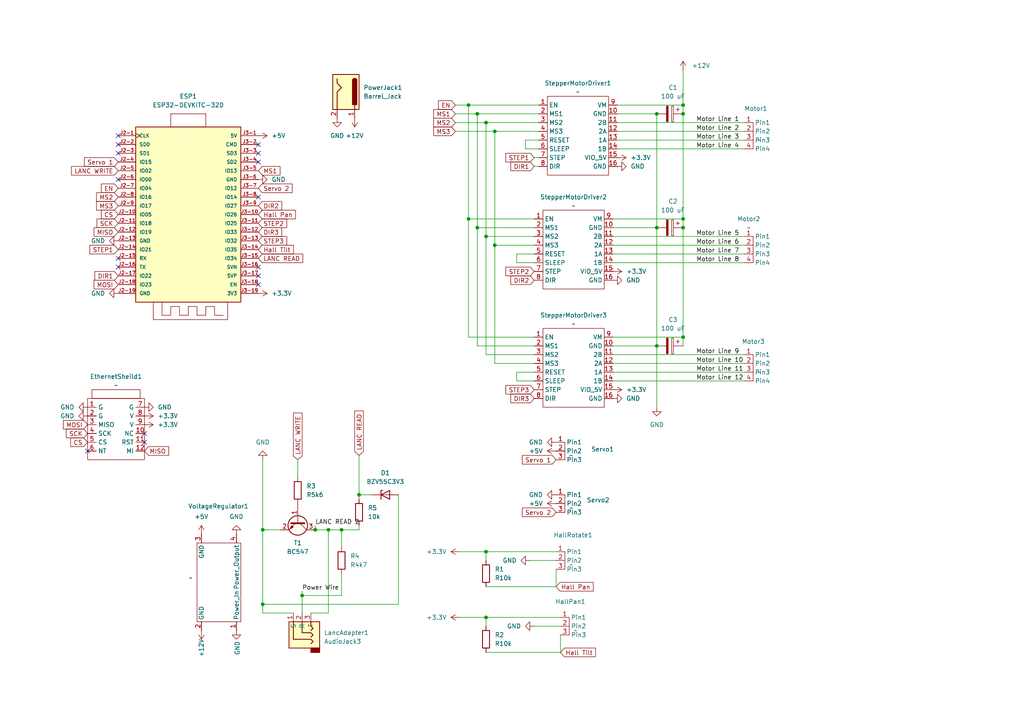
<source format=kicad_sch>
(kicad_sch (version 20231120) (generator "eeschema") (generator_version "8.0")
  (paper "A4")
  (lib_symbols
    (symbol "Connector:Barrel_Jack" (pin_names (offset 1.016))
      (property "Reference" "J" (at 0 5.334 0))
      (property "Value" "Barrel_Jack" (at 0 -5.08 0))
      (symbol "Barrel_Jack_0_1"
        (rectangle (start -5.08 3.81) (end 5.08 -3.81) (stroke (width 0.254)) (fill (type background)))
        (arc (start -3.302 3.175) (mid -3.9343 2.54) (end -3.302 1.905) (stroke (width 0.254)))
        (arc (start -3.302 3.175) (mid -3.9343 2.54) (end -3.302 1.905) (stroke (width 0.254)) (fill (type outline)))
        (polyline (pts (xy 5.08 2.54) (xy 3.81 2.54)) (stroke (width 0.254)))
        (polyline (pts (xy -3.81 -2.54) (xy -2.54 -2.54) (xy -1.27 -1.27) (xy 0 -2.54) (xy 2.54 -2.54) (xy 5.08 -2.54)) (stroke (width 0.254)))
        (rectangle (start 3.683 3.175) (end -3.302 1.905) (stroke (width 0.254)) (fill (type outline)))
      )
      (symbol "Barrel_Jack_1_1"
        (pin passive line (at 7.62 2.54 180) (length 2.54) (name "~") (number "1"))
        (pin passive line (at 7.62 -2.54 180) (length 2.54) (name "~") (number "2"))
      )
    )
    (symbol "Connector_Audio:AudioJack3"
      (property "Reference" "LancAdapter1" (at -0.6349 -6.35 90))
      (property "Value" "AudioJack3" (at -3.1749 -6.35 90))
      (symbol "AudioJack3_0_1"
        (rectangle (start -5.08 -5.08) (end -6.35 -2.54) (stroke (width 0.254)) (fill (type outline)))
        (polyline (pts (xy 0 -2.54) (xy 0.635 -3.175) (xy 1.27 -2.54) (xy 2.54 -2.54)) (stroke (width 0.254)))
        (polyline (pts (xy -1.905 -2.54) (xy -1.27 -3.175) (xy -0.635 -2.54) (xy -0.635 0) (xy 2.54 0)) (stroke (width 0.254)))
        (polyline (pts (xy 2.54 2.54) (xy -2.54 2.54) (xy -2.54 -2.54) (xy -3.175 -3.175) (xy -3.81 -2.54)) (stroke (width 0.254)))
        (rectangle (start 2.54 3.81) (end -5.08 -5.08) (stroke (width 0.254)) (fill (type background)))
      )
      (symbol "AudioJack3_1_1"
        (pin passive line (at 5.08 2.54 180) (length 2.54) (name "S") (number "1"))
        (pin passive line (at 5.08 0 180) (length 2.54) (name "R") (number "2"))
        (pin passive line (at 5.08 -2.54 180) (length 2.54) (name "T") (number "3"))
      )
    )
    (symbol "Custom Transistor:BC547" (pin_names (offset 0) hide)
      (property "Reference" "Q" (at 5.08 1.905 0))
      (property "Value" "BC547" (at 5.08 0 0))
      (symbol "BC547_0_1"
        (polyline (pts (xy 0 0) (xy 0.635 0)))
        (polyline (pts (xy 0.635 0.635) (xy 2.54 2.54)))
        (polyline (pts (xy 0.635 -0.635) (xy 2.54 -2.54) (xy 2.54 -2.54)))
        (polyline (pts (xy 0.635 1.905) (xy 0.635 -1.905) (xy 0.635 -1.905)) (stroke (width 0.508)))
        (polyline (pts (xy 1.27 -1.778) (xy 1.778 -1.27) (xy 2.286 -2.286) (xy 1.27 -1.778) (xy 1.27 -1.778)) (fill (type outline)))
        (circle (center 1.27 0) (radius 2.8194) (stroke (width 0.254)))
      )
      (symbol "BC547_1_1"
        (pin input line (at -5.08 0 0) (length 5.08) (name "B") (number "1"))
        (pin passive line (at 2.54 -5.08 90) (length 2.54) (name "E") (number "2"))
        (pin passive line (at 2.54 5.08 270) (length 2.54) (name "C") (number "3"))
      )
    )
    (symbol "Device:C_Polarized" (pin_numbers hide) (pin_names (offset 0.254))
      (property "Reference" "C" (at 0.635 2.54 0))
      (property "Value" "C_Polarized" (at 0.635 -2.54 0))
      (symbol "C_Polarized_0_1"
        (rectangle (start -2.286 0.508) (end 2.286 1.016))
        (polyline (pts (xy -1.778 2.286) (xy -0.762 2.286)))
        (polyline (pts (xy -1.27 2.794) (xy -1.27 1.778)))
        (rectangle (start 2.286 -0.508) (end -2.286 -1.016) (fill (type outline)))
      )
      (symbol "C_Polarized_1_1"
        (pin passive line (at 0 3.81 270) (length 2.794) (name "~") (number "1"))
        (pin passive line (at 0 -3.81 90) (length 2.794) (name "~") (number "2"))
      )
    )
    (symbol "Device:R" (pin_numbers hide) (pin_names (offset 0))
      (property "Reference" "R" (at 2.032 0 90))
      (property "Value" "R" (at 0 0 90))
      (symbol "R_0_1"
        (rectangle (start -1.016 -2.54) (end 1.016 2.54) (stroke (width 0.254)))
      )
      (symbol "R_1_1"
        (pin passive line (at 0 3.81 270) (length 1.27) (name "~") (number "1"))
        (pin passive line (at 0 -3.81 90) (length 1.27) (name "~") (number "2"))
      )
    )
    (symbol "Diode:BZV55C3V3" (pin_numbers hide) (pin_names hide)
      (property "Reference" "D" (at 0 2.54 0))
      (property "Value" "BZV55C3V3" (at 0 -2.54 0))
      (symbol "BZV55C3V3_0_1"
        (polyline (pts (xy 1.27 0) (xy -1.27 0)))
        (polyline (pts (xy -1.27 -1.27) (xy -1.27 1.27) (xy -0.762 1.27)) (stroke (width 0.254)))
        (polyline (pts (xy 1.27 -1.27) (xy 1.27 1.27) (xy -1.27 0) (xy 1.27 -1.27)) (stroke (width 0.254)))
      )
      (symbol "BZV55C3V3_1_1"
        (pin passive line (at -3.81 0 0) (length 2.54) (name "K") (number "1"))
        (pin passive line (at 3.81 0 180) (length 2.54) (name "A") (number "2"))
      )
    )
    (symbol "ESP32-DEVKITC-32D:ESP32-DEVKITC-32D" (pin_names (offset 1.016))
      (property "Reference" "U" (at -15.2572 26.0643 0))
      (property "Value" "ESP32-DEVKITC-32D" (at -10.16 0 0))
      (symbol "ESP32-DEVKITC-32D_0_0"
        (rectangle (start -15.24 25.4) (end 15.24 -25.4) (stroke (width 0.254)) (fill (type background)))
      )
      (symbol "ESP32-DEVKITC-32D_0_1"
        (rectangle (start -10.16 -25.4) (end 11.43 -30.48))
        (rectangle (start -5.08 29.21) (end 5.08 25.4))
        (polyline (pts (xy -7.62 -25.4) (xy -7.62 -29.21) (xy -5.08 -29.21) (xy -5.08 -26.67) (xy -2.54 -26.67) (xy -2.54 -29.21) (xy 0 -29.21) (xy 0 -26.67) (xy 2.54 -26.67) (xy 2.54 -29.21) (xy 5.08 -29.21) (xy 5.08 -26.67) (xy 7.62 -26.67) (xy 7.62 -29.21) (xy 10.16 -29.21) (xy 10.16 -29.21) (xy 10.16 -29.21)))
      )
      (symbol "ESP32-DEVKITC-32D_1_0"
        (pin bidirectional clock (at -20.32 22.86 0) (length 5.08) (name "CLK") (number "J2-1"))
        (pin bidirectional line (at -20.32 0 0) (length 5.08) (name "IO05") (number "J2-10"))
        (pin bidirectional line (at -20.32 -2.54 0) (length 5.08) (name "IO18") (number "J2-11"))
        (pin bidirectional line (at -20.32 -5.08 0) (length 5.08) (name "IO19") (number "J2-12"))
        (pin power_in line (at -20.32 -7.62 0) (length 5.08) (name "GND") (number "J2-13"))
        (pin bidirectional line (at -20.32 -10.16 0) (length 5.08) (name "IO21") (number "J2-14"))
        (pin bidirectional line (at -20.32 -12.7 0) (length 5.08) (name "RX") (number "J2-15"))
        (pin bidirectional line (at -20.32 -15.24 0) (length 5.08) (name "TX") (number "J2-16"))
        (pin bidirectional line (at -20.32 -17.78 0) (length 5.08) (name "IO22") (number "J2-17"))
        (pin bidirectional line (at -20.32 -20.32 0) (length 5.08) (name "IO23") (number "J2-18"))
        (pin power_in line (at -20.32 -22.86 0) (length 5.08) (name "GND") (number "J2-19"))
        (pin bidirectional line (at -20.32 20.32 0) (length 5.08) (name "SD0") (number "J2-2"))
        (pin bidirectional line (at -20.32 17.78 0) (length 5.08) (name "SD1") (number "J2-3"))
        (pin bidirectional line (at -20.32 15.24 0) (length 5.08) (name "IO15") (number "J2-4"))
        (pin bidirectional line (at -20.32 12.7 0) (length 5.08) (name "IO02") (number "J2-5"))
        (pin bidirectional line (at -20.32 10.16 0) (length 5.08) (name "IO00") (number "J2-6"))
        (pin bidirectional line (at -20.32 7.62 0) (length 5.08) (name "IO04") (number "J2-7"))
        (pin bidirectional line (at -20.32 5.08 0) (length 5.08) (name "IO16") (number "J2-8"))
        (pin bidirectional line (at -20.32 2.54 0) (length 5.08) (name "IO17") (number "J2-9"))
        (pin power_in line (at 20.32 22.86 180) (length 5.08) (name "5V") (number "J3-1"))
        (pin bidirectional line (at 20.32 0 180) (length 5.08) (name "IO26") (number "J3-10"))
        (pin bidirectional line (at 20.32 -2.54 180) (length 5.08) (name "IO25") (number "J3-11"))
        (pin bidirectional line (at 20.32 -5.08 180) (length 5.08) (name "IO33") (number "J3-12"))
        (pin bidirectional line (at 20.32 -7.62 180) (length 5.08) (name "IO32") (number "J3-13"))
        (pin bidirectional line (at 20.32 -10.16 180) (length 5.08) (name "IO35") (number "J3-14"))
        (pin bidirectional line (at 20.32 -12.7 180) (length 5.08) (name "IO34") (number "J3-15"))
        (pin input line (at 20.32 -15.24 180) (length 5.08) (name "SVN") (number "J3-16"))
        (pin input line (at 20.32 -17.78 180) (length 5.08) (name "SVP") (number "J3-17"))
        (pin input line (at 20.32 -20.32 180) (length 5.08) (name "EN") (number "J3-18"))
        (pin power_out line (at 20.32 -22.86 180) (length 5.08) (name "3V3") (number "J3-19"))
        (pin bidirectional line (at 20.32 20.32 180) (length 5.08) (name "CMD") (number "J3-2"))
        (pin bidirectional line (at 20.32 17.78 180) (length 5.08) (name "SD3") (number "J3-3"))
        (pin bidirectional line (at 20.32 15.24 180) (length 5.08) (name "SD2") (number "J3-4"))
        (pin bidirectional line (at 20.32 12.7 180) (length 5.08) (name "IO13") (number "J3-5"))
        (pin power_in line (at 20.32 10.16 180) (length 5.08) (name "GND") (number "J3-6"))
        (pin bidirectional line (at 20.32 7.62 180) (length 5.08) (name "IO12") (number "J3-7"))
        (pin bidirectional line (at 20.32 5.08 180) (length 5.08) (name "IO14") (number "J3-8"))
        (pin bidirectional line (at 20.32 2.54 180) (length 5.08) (name "IO27") (number "J3-9"))
      )
    )
    (symbol "Ethernet Sheilds:W5500_Ethernet_Sheild"
      (property "Reference" "U" (at 0 -2.54 0))
      (symbol "W5500_Ethernet_Sheild_0_1"
        (rectangle (start -7.62 7.62) (end 8.89 -10.16))
        (rectangle (start -6.35 10.16) (end 7.62 7.62))
      )
      (symbol "W5500_Ethernet_Sheild_1_1"
        (pin input line (at -7.62 5.08 0) (length 2.54) (name "G") (number "1"))
        (pin input line (at 8.89 -2.54 180) (length 2.54) (name "NC") (number "10"))
        (pin input line (at 8.89 -5.08 180) (length 2.54) (name "RST") (number "11"))
        (pin input line (at 8.89 -7.62 180) (length 2.54) (name "MI") (number "12"))
        (pin input line (at -7.62 2.54 0) (length 2.54) (name "G") (number "2"))
        (pin input line (at -7.62 0 0) (length 2.54) (name "MISO") (number "3"))
        (pin input line (at -7.62 -2.54 0) (length 2.54) (name "SCK") (number "4"))
        (pin input line (at -7.62 -5.08 0) (length 2.54) (name "CS") (number "5"))
        (pin input line (at -7.62 -7.62 0) (length 2.54) (name "NT") (number "6"))
        (pin input line (at 8.89 5.08 180) (length 2.54) (name "G") (number "7"))
        (pin input line (at 8.89 2.54 180) (length 2.54) (name "V") (number "8"))
        (pin input line (at 8.89 0 180) (length 2.54) (name "V") (number "9"))
      )
    )
    (symbol "pin_header:pin_header_3"
      (property "Reference" "U" (at 0 0 0))
      (symbol "pin_header_3_0_1"
        (polyline (pts (xy 0 2.54) (xy 0 -2.54)))
      )
      (symbol "pin_header_3_1_1"
        (pin input line (at -2.54 2.54 0) (length 2.54) (name "Pin1") (number "1"))
        (pin input line (at -2.54 0 0) (length 2.54) (name "Pin2") (number "2"))
        (pin input line (at -2.54 -2.54 0) (length 2.54) (name "Pin3") (number "3"))
      )
    )
    (symbol "pin_header:pin_header_4"
      (property "Reference" "U" (at 0 -1.27 0))
      (symbol "pin_header_4_0_1"
        (polyline (pts (xy 0 3.81) (xy 0 -3.81)))
      )
      (symbol "pin_header_4_1_1"
        (pin input line (at -2.54 3.81 0) (length 2.54) (name "Pin1") (number "1"))
        (pin input line (at -2.54 1.27 0) (length 2.54) (name "Pin2") (number "2"))
        (pin input line (at -2.54 -1.27 0) (length 2.54) (name "Pin3") (number "3"))
        (pin input line (at -2.54 -3.81 0) (length 2.54) (name "Pin4") (number "4"))
      )
    )
    (symbol "power:+12V" (power) (pin_numbers hide) (pin_names (offset 0) hide)
      (property "Value" "+12V" (at 0 3.556 0))
      (symbol "+12V_0_1"
        (polyline (pts (xy -0.762 1.27) (xy 0 2.54)))
        (polyline (pts (xy 0 0) (xy 0 2.54)))
        (polyline (pts (xy 0 2.54) (xy 0.762 1.27)))
      )
      (symbol "+12V_1_1"
        (pin power_in line (at 0 0 90) (length 0) (name "~") (number "1"))
      )
    )
    (symbol "power:+3.3V" (power) (pin_numbers hide) (pin_names (offset 0) hide)
      (property "Value" "+3.3V" (at 0 3.556 0))
      (symbol "+3.3V_0_1"
        (polyline (pts (xy -0.762 1.27) (xy 0 2.54)))
        (polyline (pts (xy 0 0) (xy 0 2.54)))
        (polyline (pts (xy 0 2.54) (xy 0.762 1.27)))
      )
      (symbol "+3.3V_1_1"
        (pin power_in line (at 0 0 90) (length 0) (name "~") (number "1"))
      )
    )
    (symbol "power:+5V" (power) (pin_numbers hide) (pin_names (offset 0) hide)
      (property "Value" "+5V" (at 0 3.556 0))
      (symbol "+5V_0_1"
        (polyline (pts (xy -0.762 1.27) (xy 0 2.54)))
        (polyline (pts (xy 0 0) (xy 0 2.54)))
        (polyline (pts (xy 0 2.54) (xy 0.762 1.27)))
      )
      (symbol "+5V_1_1"
        (pin power_in line (at 0 0 90) (length 0) (name "~") (number "1"))
      )
    )
    (symbol "power:GND" (power) (pin_numbers hide) (pin_names (offset 0) hide)
      (property "Value" "GND" (at 0 -3.81 0))
      (symbol "GND_0_1"
        (polyline (pts (xy 0 0) (xy 0 -1.27) (xy 1.27 -1.27) (xy 0 -2.54) (xy -1.27 -1.27) (xy 0 -1.27)))
      )
      (symbol "GND_1_1"
        (pin power_in line (at 0 0 270) (length 0) (name "~") (number "1"))
      )
    )
    (symbol "stepper_motor_sheild:TMC2209"
      (property "Reference" "U" (at 0 0 0))
      (symbol "TMC2209_0_1"
        (rectangle (start -8.89 10.16) (end 8.89 -12.7))
      )
      (symbol "TMC2209_1_1"
        (pin input line (at -11.43 7.62 0) (length 2.54) (name "EN") (number "1"))
        (pin power_in line (at 11.43 5.08 180) (length 2.54) (name "GND") (number "10"))
        (pin output line (at 11.43 2.54 180) (length 2.54) (name "2B") (number "11"))
        (pin output line (at 11.43 0 180) (length 2.54) (name "2A") (number "12"))
        (pin output line (at 11.43 -2.54 180) (length 2.54) (name "1A") (number "13"))
        (pin output line (at 11.43 -5.08 180) (length 2.54) (name "1B") (number "14"))
        (pin power_in line (at 11.43 -7.62 180) (length 2.54) (name "VIO_5V") (number "15"))
        (pin power_in line (at 11.43 -10.16 180) (length 2.54) (name "GND") (number "16"))
        (pin input line (at -11.43 5.08 0) (length 2.54) (name "MS1") (number "2"))
        (pin input line (at -11.43 2.54 0) (length 2.54) (name "MS2") (number "3"))
        (pin input line (at -11.43 0 0) (length 2.54) (name "MS3") (number "4"))
        (pin output line (at -11.43 -2.54 0) (length 2.54) (name "RESET") (number "5"))
        (pin input line (at -11.43 -5.08 0) (length 2.54) (name "SLEEP") (number "6"))
        (pin input line (at -11.43 -7.62 0) (length 2.54) (name "STEP") (number "7"))
        (pin input line (at -11.43 -10.16 0) (length 2.54) (name "DIR") (number "8"))
        (pin power_in line (at 11.43 7.62 180) (length 2.54) (name "VM") (number "9"))
      )
    )
    (symbol "voltage_regulator:smd_voltage_regulator_12by17mm"
      (property "Reference" "U" (at 0 0 0))
      (symbol "smd_voltage_regulator_12by17mm_0_1"
        (rectangle (start -6.35 11.43) (end 6.35 -11.43))
      )
      (symbol "smd_voltage_regulator_12by17mm_1_1"
        (pin power_in line (at -5.08 13.97 270) (length 2.54) (name "Power_In") (number "1"))
        (pin input line (at 5.08 13.97 270) (length 2.54) (name "GND") (number "2"))
        (pin output line (at 5.08 -13.97 90) (length 2.54) (name "GND") (number "3"))
        (pin power_out line (at -5.08 -13.97 90) (length 2.54) (name "Power_Output") (number "4"))
      )
    )
  )
  (junction (at 91.44 153.67))
  (junction (at 135.89 30.48))
  (junction (at 198.12 97.79))
  (junction (at 198.12 33.02))
  (junction (at 143.51 71.12))
  (junction (at 104.14 143.51))
  (junction (at 190.5 33.02))
  (junction (at 76.2 153.67))
  (junction (at 140.97 68.58))
  (junction (at 99.06 153.67))
  (junction (at 190.5 66.04))
  (junction (at 138.43 33.02))
  (junction (at 190.5 100.33))
  (junction (at 135.89 63.5))
  (junction (at 138.43 66.04))
  (junction (at 198.12 30.48))
  (junction (at 76.2 175.26))
  (junction (at 140.97 160.02))
  (junction (at 87.63 172.72))
  (junction (at 198.12 66.04))
  (junction (at 140.97 35.56))
  (junction (at 140.97 179.07))
  (junction (at 198.12 63.5))
  (junction (at 95.25 153.67))
  (junction (at 143.51 38.1))
  (no_connect (at 34.29 77.47))
  (no_connect (at 41.91 125.73))
  (no_connect (at 34.29 41.91))
  (no_connect (at 74.93 82.55))
  (no_connect (at 34.29 44.45))
  (no_connect (at 25.4 130.81))
  (no_connect (at 74.93 57.15))
  (no_connect (at 41.91 128.27))
  (no_connect (at 74.93 41.91))
  (no_connect (at 34.29 74.93))
  (no_connect (at 74.93 77.47))
  (no_connect (at 34.29 52.07))
  (no_connect (at 74.93 44.45))
  (no_connect (at 74.93 80.01))
  (no_connect (at 34.29 39.37))
  (no_connect (at 74.93 46.99))
  (wire (pts (xy 138.43 33.02) (xy 138.43 66.04)))
  (wire (pts (xy 152.4 40.64) (xy 152.4 43.18)))
  (wire (pts (xy 156.21 48.26) (xy 154.94 48.26)))
  (wire (pts (xy 140.97 68.58) (xy 140.97 102.87)))
  (wire (pts (xy 135.89 63.5) (xy 154.94 63.5)))
  (wire (pts (xy 198.12 63.5) (xy 198.12 66.04)))
  (wire (pts (xy 154.94 73.66) (xy 149.86 73.66)))
  (wire (pts (xy 143.51 38.1) (xy 143.51 71.12)))
  (wire (pts (xy 177.8 63.5) (xy 198.12 63.5)))
  (wire (pts (xy 104.14 152.4) (xy 104.14 153.67)))
  (wire (pts (xy 140.97 68.58) (xy 154.94 68.58)))
  (wire (pts (xy 156.21 45.72) (xy 154.94 45.72)))
  (wire (pts (xy 153.67 162.56) (xy 161.29 162.56)))
  (wire (pts (xy 104.14 132.08) (xy 104.14 143.51)))
  (wire (pts (xy 76.2 175.26) (xy 115.57 175.26)))
  (wire (pts (xy 138.43 100.33) (xy 154.94 100.33)))
  (wire (pts (xy 156.21 38.1) (xy 143.51 38.1)))
  (wire (pts (xy 104.14 143.51) (xy 107.95 143.51)))
  (wire (pts (xy 143.51 71.12) (xy 154.94 71.12)))
  (wire (pts (xy 190.5 66.04) (xy 190.5 100.33)))
  (wire (pts (xy 135.89 63.5) (xy 135.89 97.79)))
  (wire (pts (xy 177.8 102.87) (xy 215.9 102.87)))
  (wire (pts (xy 149.86 110.49) (xy 154.94 110.49)))
  (wire (pts (xy 198.12 20.32) (xy 198.12 30.48)))
  (wire (pts (xy 154.94 181.61) (xy 162.56 181.61)))
  (wire (pts (xy 140.97 35.56) (xy 140.97 68.58)))
  (wire (pts (xy 140.97 160.02) (xy 140.97 162.56)))
  (wire (pts (xy 161.29 165.1) (xy 161.29 170.18)))
  (wire (pts (xy 190.5 100.33) (xy 190.5 118.11)))
  (wire (pts (xy 156.21 30.48) (xy 135.89 30.48)))
  (wire (pts (xy 76.2 153.67) (xy 81.28 153.67)))
  (wire (pts (xy 87.63 171.45) (xy 87.63 172.72)))
  (wire (pts (xy 133.35 160.02) (xy 140.97 160.02)))
  (wire (pts (xy 177.8 97.79) (xy 198.12 97.79)))
  (wire (pts (xy 140.97 35.56) (xy 156.21 35.56)))
  (wire (pts (xy 162.56 184.15) (xy 162.56 189.23)))
  (wire (pts (xy 198.12 33.02) (xy 198.12 63.5)))
  (wire (pts (xy 154.94 107.95) (xy 149.86 107.95)))
  (wire (pts (xy 179.07 30.48) (xy 198.12 30.48)))
  (wire (pts (xy 161.29 170.18) (xy 140.97 170.18)))
  (wire (pts (xy 99.06 153.67) (xy 104.14 153.67)))
  (wire (pts (xy 87.63 172.72) (xy 99.06 172.72)))
  (wire (pts (xy 91.44 153.67) (xy 95.25 153.67)))
  (wire (pts (xy 132.08 30.48) (xy 135.89 30.48)))
  (wire (pts (xy 179.07 40.64) (xy 215.9 40.64)))
  (wire (pts (xy 156.21 40.64) (xy 152.4 40.64)))
  (wire (pts (xy 162.56 189.23) (xy 140.97 189.23)))
  (wire (pts (xy 149.86 73.66) (xy 149.86 76.2)))
  (wire (pts (xy 91.44 152.4) (xy 91.44 153.67)))
  (wire (pts (xy 154.94 102.87) (xy 140.97 102.87)))
  (wire (pts (xy 138.43 66.04) (xy 138.43 100.33)))
  (wire (pts (xy 140.97 179.07) (xy 162.56 179.07)))
  (wire (pts (xy 152.4 43.18) (xy 156.21 43.18)))
  (wire (pts (xy 143.51 38.1) (xy 132.08 38.1)))
  (wire (pts (xy 140.97 179.07) (xy 140.97 181.61)))
  (wire (pts (xy 115.57 143.51) (xy 115.57 175.26)))
  (wire (pts (xy 156.21 33.02) (xy 138.43 33.02)))
  (wire (pts (xy 140.97 35.56) (xy 132.08 35.56)))
  (wire (pts (xy 133.35 179.07) (xy 140.97 179.07)))
  (wire (pts (xy 143.51 105.41) (xy 154.94 105.41)))
  (wire (pts (xy 104.14 144.78) (xy 104.14 143.51)))
  (wire (pts (xy 87.63 172.72) (xy 87.63 177.8)))
  (wire (pts (xy 177.8 105.41) (xy 215.9 105.41)))
  (wire (pts (xy 143.51 71.12) (xy 143.51 105.41)))
  (wire (pts (xy 177.8 110.49) (xy 215.9 110.49)))
  (wire (pts (xy 99.06 153.67) (xy 99.06 158.75)))
  (wire (pts (xy 76.2 153.67) (xy 76.2 175.26)))
  (wire (pts (xy 198.12 66.04) (xy 198.12 97.79)))
  (wire (pts (xy 177.8 73.66) (xy 215.9 73.66)))
  (wire (pts (xy 76.2 133.35) (xy 76.2 153.67)))
  (wire (pts (xy 179.07 33.02) (xy 190.5 33.02)))
  (wire (pts (xy 177.8 66.04) (xy 190.5 66.04)))
  (wire (pts (xy 99.06 172.72) (xy 99.06 166.37)))
  (wire (pts (xy 138.43 33.02) (xy 132.08 33.02)))
  (wire (pts (xy 179.07 38.1) (xy 215.9 38.1)))
  (wire (pts (xy 86.36 133.35) (xy 86.36 138.43)))
  (wire (pts (xy 135.89 30.48) (xy 135.89 63.5)))
  (wire (pts (xy 140.97 160.02) (xy 161.29 160.02)))
  (wire (pts (xy 177.8 76.2) (xy 215.9 76.2)))
  (wire (pts (xy 179.07 35.56) (xy 215.9 35.56)))
  (wire (pts (xy 177.8 71.12) (xy 215.9 71.12)))
  (wire (pts (xy 76.2 175.26) (xy 76.2 177.8)))
  (wire (pts (xy 138.43 66.04) (xy 154.94 66.04)))
  (wire (pts (xy 177.8 107.95) (xy 215.9 107.95)))
  (wire (pts (xy 135.89 97.79) (xy 154.94 97.79)))
  (wire (pts (xy 149.86 107.95) (xy 149.86 110.49)))
  (wire (pts (xy 95.25 153.67) (xy 99.06 153.67)))
  (wire (pts (xy 95.25 177.8) (xy 90.17 177.8)))
  (wire (pts (xy 177.8 100.33) (xy 190.5 100.33)))
  (wire (pts (xy 76.2 177.8) (xy 85.09 177.8)))
  (wire (pts (xy 177.8 68.58) (xy 215.9 68.58)))
  (wire (pts (xy 190.5 33.02) (xy 190.5 66.04)))
  (wire (pts (xy 198.12 97.79) (xy 198.12 100.33)))
  (wire (pts (xy 149.86 76.2) (xy 154.94 76.2)))
  (wire (pts (xy 95.25 153.67) (xy 95.25 177.8)))
  (wire (pts (xy 198.12 30.48) (xy 198.12 33.02)))
  (wire (pts (xy 179.07 43.18) (xy 215.9 43.18)))
  (label "Motor Line 6" (at 201.93 71.12 0))
  (label "Motor Line 3" (at 201.93 40.64 0))
  (label "Motor Line 10" (at 201.93 105.41 0))
  (label "Motor Line 7" (at 201.93 73.66 0))
  (label "Power Wire" (at 87.63 171.45 0))
  (label "Motor Line 4" (at 201.93 43.18 0))
  (label "Motor Line 12" (at 201.93 110.49 0))
  (label "Motor Line 8" (at 201.93 76.2 0))
  (label "LANC READ 2" (at 91.44 152.4 0))
  (label "Motor Line 5" (at 201.93 68.58 0))
  (label "Motor Line 2" (at 201.93 38.1 0))
  (label "Motor Line 9" (at 201.93 102.87 0))
  (label "Motor Line 1" (at 201.93 35.56 0))
  (label "Motor Line 11" (at 201.93 107.95 0))
  (global_label "Servo 1" (shape input) (at 34.29 46.99 180) (property "Intersheetrefs" "${INTERSHEET_REFS}" (effects (hide yes))))
  (global_label "STEP1" (shape input) (at 34.29 72.39 180) (property "Intersheetrefs" "${INTERSHEET_REFS}" (effects (hide yes))))
  (global_label "CS" (shape input) (at 25.4 128.27 180) (property "Intersheetrefs" "${INTERSHEET_REFS}" (effects (hide yes))))
  (global_label "LANC WRITE" (shape input) (at 86.36 133.35 90) (property "Intersheetrefs" "${INTERSHEET_REFS}" (effects (hide yes))))
  (global_label "MOSI" (shape input) (at 34.29 82.55 180) (property "Intersheetrefs" "${INTERSHEET_REFS}" (effects (hide yes))))
  (global_label "EN" (shape input) (at 132.08 30.48 180) (property "Intersheetrefs" "${INTERSHEET_REFS}" (effects (hide yes))))
  (global_label "SCK" (shape input) (at 25.4 125.73 180) (property "Intersheetrefs" "${INTERSHEET_REFS}" (effects (hide yes))))
  (global_label "STEP1" (shape input) (at 154.94 45.72 180) (property "Intersheetrefs" "${INTERSHEET_REFS}" (effects (hide yes))))
  (global_label "STEP2" (shape input) (at 74.93 64.77 0) (property "Intersheetrefs" "${INTERSHEET_REFS}" (effects (hide yes))))
  (global_label "STEP3" (shape input) (at 74.93 69.85 0) (property "Intersheetrefs" "${INTERSHEET_REFS}" (effects (hide yes))))
  (global_label "Servo 2" (shape input) (at 74.93 54.61 0) (property "Intersheetrefs" "${INTERSHEET_REFS}" (effects (hide yes))))
  (global_label "LANC WRITE" (shape input) (at 34.29 49.53 180) (property "Intersheetrefs" "${INTERSHEET_REFS}" (effects (hide yes))))
  (global_label "LANC READ" (shape input) (at 104.14 132.08 90) (property "Intersheetrefs" "${INTERSHEET_REFS}" (effects (hide yes))))
  (global_label "MS3" (shape input) (at 34.29 59.69 180) (property "Intersheetrefs" "${INTERSHEET_REFS}" (effects (hide yes))))
  (global_label "MS1" (shape input) (at 132.08 33.02 180) (property "Intersheetrefs" "${INTERSHEET_REFS}" (effects (hide yes))))
  (global_label "STEP3" (shape input) (at 154.94 113.03 180) (property "Intersheetrefs" "${INTERSHEET_REFS}" (effects (hide yes))))
  (global_label "Hall Pan" (shape input) (at 74.93 62.23 0) (property "Intersheetrefs" "${INTERSHEET_REFS}" (effects (hide yes))))
  (global_label "DIR1" (shape input) (at 154.94 48.26 180) (property "Intersheetrefs" "${INTERSHEET_REFS}" (effects (hide yes))))
  (global_label "SCK" (shape input) (at 34.29 64.77 180) (property "Intersheetrefs" "${INTERSHEET_REFS}" (effects (hide yes))))
  (global_label "MS1" (shape input) (at 74.93 49.53 0) (property "Intersheetrefs" "${INTERSHEET_REFS}" (effects (hide yes))))
  (global_label "MS3" (shape input) (at 132.08 38.1 180) (property "Intersheetrefs" "${INTERSHEET_REFS}" (effects (hide yes))))
  (global_label "MS2" (shape input) (at 132.08 35.56 180) (property "Intersheetrefs" "${INTERSHEET_REFS}" (effects (hide yes))))
  (global_label "Hall Tilt" (shape input) (at 162.56 189.23 0) (property "Intersheetrefs" "${INTERSHEET_REFS}" (effects (hide yes))))
  (global_label "Servo 1" (shape input) (at 161.29 133.35 180) (property "Intersheetrefs" "${INTERSHEET_REFS}" (effects (hide yes))))
  (global_label "DIR2" (shape input) (at 74.93 59.69 0) (property "Intersheetrefs" "${INTERSHEET_REFS}" (effects (hide yes))))
  (global_label "EN" (shape input) (at 34.29 54.61 180) (property "Intersheetrefs" "${INTERSHEET_REFS}" (effects (hide yes))))
  (global_label "Hall Tilt" (shape input) (at 74.93 72.39 0) (property "Intersheetrefs" "${INTERSHEET_REFS}" (effects (hide yes))))
  (global_label "MISO" (shape input) (at 41.91 130.81 0) (property "Intersheetrefs" "${INTERSHEET_REFS}" (effects (hide yes))))
  (global_label "DIR3" (shape input) (at 154.94 115.57 180) (property "Intersheetrefs" "${INTERSHEET_REFS}" (effects (hide yes))))
  (global_label "MOSI" (shape input) (at 25.4 123.19 180) (property "Intersheetrefs" "${INTERSHEET_REFS}" (effects (hide yes))))
  (global_label "MS2" (shape input) (at 34.29 57.15 180) (property "Intersheetrefs" "${INTERSHEET_REFS}" (effects (hide yes))))
  (global_label "LANC READ" (shape input) (at 74.93 74.93 0) (property "Intersheetrefs" "${INTERSHEET_REFS}" (effects (hide yes))))
  (global_label "Servo 2" (shape input) (at 161.29 148.59 180) (property "Intersheetrefs" "${INTERSHEET_REFS}" (effects (hide yes))))
  (global_label "Hall Pan" (shape input) (at 161.29 170.18 0) (property "Intersheetrefs" "${INTERSHEET_REFS}" (effects (hide yes))))
  (global_label "MISO" (shape input) (at 34.29 67.31 180) (property "Intersheetrefs" "${INTERSHEET_REFS}" (effects (hide yes))))
  (global_label "STEP2" (shape input) (at 154.94 78.74 180) (property "Intersheetrefs" "${INTERSHEET_REFS}" (effects (hide yes))))
  (global_label "DIR3" (shape input) (at 74.93 67.31 0) (property "Intersheetrefs" "${INTERSHEET_REFS}" (effects (hide yes))))
  (global_label "CS" (shape input) (at 34.29 62.23 180) (property "Intersheetrefs" "${INTERSHEET_REFS}" (effects (hide yes))))
  (global_label "DIR1" (shape input) (at 34.29 80.01 180) (property "Intersheetrefs" "${INTERSHEET_REFS}" (effects (hide yes))))
  (global_label "DIR2" (shape input) (at 154.94 81.28 180) (property "Intersheetrefs" "${INTERSHEET_REFS}" (effects (hide yes))))
  (symbol (lib_id "power:GND") (at 25.4 120.65 270) (unit 1)
    (property "Reference" "#PWR027" (effects (hide yes)))
    (property "Value" "GND" (at 21.59 120.6499 90) (effects (justify right)))
    (property "Description" "Power symbol creates a global label with name \"GND\" , ground" (effects (hide yes)))
  )
  (symbol (lib_id "Device:R") (at 140.97 166.37 0) (unit 1)
    (property "Reference" "R1" (at 143.51 165.0999 0) (effects (justify left)))
    (property "Value" "R10k" (at 143.51 167.6399 0) (effects (justify left)))
    (property "Footprint" "Resistor_SMD:R_1206_3216Metric" (effects (hide yes)))
    (property "Description" "Resistor" (effects (hide yes)))
  )
  (symbol (lib_id "power:GND") (at 68.58 182.88 0) (unit 1)
    (property "Reference" "#PWR034" (effects (hide yes)))
    (property "Value" "GND" (at 68.834 185.928 90) (effects (justify right)))
    (property "Description" "Power symbol creates a global label with name \"GND\" , ground" (effects (hide yes)))
  )
  (symbol (lib_id "power:+3.3V") (at 177.8 113.03 270) (unit 1)
    (property "Reference" "#PWR09" (effects (hide yes)))
    (property "Value" "+3.3V" (at 181.61 113.0299 90) (effects (justify left)))
    (property "Description" "Power symbol creates a global label with name \"+3.3V\"" (effects (hide yes)))
  )
  (symbol (lib_id "Device:C_Polarized") (at 194.31 33.02 270) (unit 1)
    (property "Reference" "C1" (at 195.199 25.4 90))
    (property "Value" "100 uF" (at 195.199 27.94 90))
    (property "Footprint" "Capacitor_THT:CP_Radial_D5.0mm_P2.50mm" (effects (hide yes)))
    (property "Description" "Polarized capacitor" (effects (hide yes)))
  )
  (symbol (lib_id "power:GND") (at 190.5 118.11 0) (unit 1)
    (property "Reference" "#PWR06" (effects (hide yes)))
    (property "Value" "GND" (at 190.5 123.19 0))
    (property "Description" "Power symbol creates a global label with name \"GND\" , ground" (effects (hide yes)))
  )
  (symbol (lib_id "voltage_regulator:smd_voltage_regulator_12by17mm") (at 63.5 168.91 180) (unit 1)
    (property "Reference" "VoltageRegulator1" (at 72.136 146.812 0) (effects (justify left)))
    (property "Value" "~" (at 55.88 167.64 0) (effects (justify left)))
    (property "Footprint" "voltage_regulator:voltage_regulator_17_12mm" (effects (hide yes)))
  )
  (symbol (lib_id "Custom Transistor:BC547") (at 86.36 151.13 270) (unit 1)
    (property "Reference" "T1" (at 86.36 157.48 90))
    (property "Value" "BC547" (at 86.36 160.02 90))
    (property "Footprint" "Package_TO_SOT_SMD:SOT-23_Handsoldering" (effects (hide yes)))
    (property "Datasheet" "https://www.onsemi.com/pub/Collateral/BC550-D.pdf" (effects (hide yes)))
    (property "Description" "0.1A Ic, 45V Vce, Small Signal NPN Transistor, TO-92" (effects (hide yes)))
  )
  (symbol (lib_id "power:GND") (at 179.07 48.26 90) (unit 1)
    (property "Reference" "#PWR016" (effects (hide yes)))
    (property "Value" "GND" (at 182.88 48.2599 90) (effects (justify right)))
    (property "Description" "Power symbol creates a global label with name \"GND\" , ground" (effects (hide yes)))
  )
  (symbol (lib_id "power:+3.3V") (at 41.91 120.65 270) (unit 1)
    (property "Reference" "#PWR029" (effects (hide yes)))
    (property "Value" "+3.3V" (at 45.72 120.6499 90) (effects (justify left)))
    (property "Description" "Power symbol creates a global label with name \"+3.3V\"" (effects (hide yes)))
  )
  (symbol (lib_id "power:GND") (at 25.4 118.11 270) (unit 1)
    (property "Reference" "#PWR026" (effects (hide yes)))
    (property "Value" "GND" (at 21.59 118.1099 90) (effects (justify right)))
    (property "Description" "Power symbol creates a global label with name \"GND\" , ground" (effects (hide yes)))
  )
  (symbol (lib_id "Device:R") (at 99.06 162.56 180) (unit 1)
    (property "Reference" "R4" (at 101.6 161.2899 0) (effects (justify right)))
    (property "Value" "R4k7" (at 101.6 163.8299 0) (effects (justify right)))
    (property "Footprint" "Resistor_SMD:R_1206_3216Metric" (effects (hide yes)))
    (property "Description" "Resistor" (effects (hide yes)))
  )
  (symbol (lib_id "Diode:BZV55C3V3") (at 111.76 143.51 0) (unit 1)
    (property "Reference" "D1" (at 111.76 137.16 0))
    (property "Value" "BZV55C3V3" (at 111.76 139.7 0))
    (property "Footprint" "Diode_SMD:D_MiniMELF" (effects (hide yes)))
    (property "Datasheet" "https://assets.nexperia.com/documents/data-sheet/BZV55_SER.pdf" (effects (hide yes)))
    (property "Description" "3.3V, 500mW, 5%, Zener diode, MiniMELF" (effects (hide yes)))
  )
  (symbol (lib_id "power:+5V") (at 58.42 154.94 0) (unit 1)
    (property "Reference" "#PWR031" (effects (hide yes)))
    (property "Value" "+5V" (at 58.42 149.86 0))
    (property "Description" "Power symbol creates a global label with name \"+5V\"" (effects (hide yes)))
  )
  (symbol (lib_id "power:+3.3V") (at 179.07 45.72 270) (unit 1)
    (property "Reference" "#PWR07" (effects (hide yes)))
    (property "Value" "+3.3V" (at 182.88 45.7199 90) (effects (justify left)))
    (property "Description" "Power symbol creates a global label with name \"+3.3V\"" (effects (hide yes)))
  )
  (symbol (lib_id "pin_header:pin_header_4") (at 218.44 39.37 0) (unit 1)
    (property "Reference" "Motor1" (at 215.9 31.496 0) (effects (justify left)))
    (property "Value" "~" (at 219.71 40.64 0) (effects (justify left)))
    (property "Footprint" "Connector_PinHeader_2.54mm:PinHeader_1x04_P2.54mm_Vertical" (effects (hide yes)))
  )
  (symbol (lib_id "pin_header:pin_header_3") (at 163.83 162.56 0) (unit 1)
    (property "Reference" "HallRotate1" (at 160.528 155.194 0) (effects (justify left)))
    (property "Value" "~" (at 165.1 163.83 0) (effects (justify left)))
    (property "Footprint" "Connector_PinHeader_2.54mm:PinHeader_1x03_P2.54mm_Vertical" (effects (hide yes)))
  )
  (symbol (lib_id "power:GND") (at 161.29 143.51 270) (unit 1)
    (property "Reference" "#PWR037" (effects (hide yes)))
    (property "Value" "GND" (at 157.48 143.5099 90) (effects (justify right)))
    (property "Description" "Power symbol creates a global label with name \"GND\" , ground" (effects (hide yes)))
  )
  (symbol (lib_id "power:GND") (at 153.67 162.56 270) (unit 1)
    (property "Reference" "#PWR015" (effects (hide yes)))
    (property "Value" "GND" (at 149.86 162.5599 90) (effects (justify right)))
    (property "Description" "Power symbol creates a global label with name \"GND\" , ground" (effects (hide yes)))
  )
  (symbol (lib_id "power:GND") (at 74.93 52.07 90) (unit 1)
    (property "Reference" "#PWR05" (effects (hide yes)))
    (property "Value" "GND" (at 78.74 52.0699 90) (effects (justify right)))
    (property "Description" "Power symbol creates a global label with name \"GND\" , ground" (effects (hide yes)))
  )
  (symbol (lib_id "power:GND") (at 68.58 154.94 180) (unit 1)
    (property "Reference" "#PWR033" (effects (hide yes)))
    (property "Value" "GND" (at 68.58 149.86 0))
    (property "Description" "Power symbol creates a global label with name \"GND\" , ground" (effects (hide yes)))
  )
  (symbol (lib_id "power:GND") (at 177.8 115.57 90) (unit 1)
    (property "Reference" "#PWR019" (effects (hide yes)))
    (property "Value" "GND" (at 181.61 115.5699 90) (effects (justify right)))
    (property "Description" "Power symbol creates a global label with name \"GND\" , ground" (effects (hide yes)))
  )
  (symbol (lib_id "stepper_motor_sheild:TMC2209") (at 166.37 71.12 0) (unit 1)
    (property "Reference" "StepperMotorDriver2" (at 166.37 57.15 0))
    (property "Value" "~" (at 166.37 59.69 0))
    (property "Footprint" "TMC2209_SILENTSTEPSTICK:MODULE_TMC2209_SILENTSTEPSTICK" (effects (hide yes)))
  )
  (symbol (lib_id "stepper_motor_sheild:TMC2209") (at 167.64 38.1 0) (unit 1)
    (property "Reference" "StepperMotorDriver1" (at 167.64 24.13 0))
    (property "Value" "~" (at 167.64 26.67 0))
    (property "Footprint" "TMC2209_SILENTSTEPSTICK:MODULE_TMC2209_SILENTSTEPSTICK" (effects (hide yes)))
  )
  (symbol (lib_id "power:GND") (at 97.79 34.29 0) (unit 1)
    (property "Reference" "#PWR02" (effects (hide yes)))
    (property "Value" "GND" (at 97.79 39.37 0))
    (property "Description" "Power symbol creates a global label with name \"GND\" , ground" (effects (hide yes)))
  )
  (symbol (lib_id "pin_header:pin_header_3") (at 163.83 130.81 0) (unit 1)
    (property "Reference" "Servo1" (at 171.45 130.302 0) (effects (justify left)))
    (property "Value" "~" (at 165.1 132.08 0) (effects (justify left)))
    (property "Footprint" "Connector_PinHeader_2.54mm:PinHeader_1x03_P2.54mm_Vertical" (effects (hide yes)))
  )
  (symbol (lib_id "stepper_motor_sheild:TMC2209") (at 166.37 105.41 0) (unit 1)
    (property "Reference" "StepperMotorDriver3" (at 166.37 91.44 0))
    (property "Value" "~" (at 166.37 93.98 0))
    (property "Footprint" "TMC2209_SILENTSTEPSTICK:MODULE_TMC2209_SILENTSTEPSTICK" (effects (hide yes)))
  )
  (symbol (lib_id "power:+12V") (at 102.87 34.29 180) (unit 1)
    (property "Reference" "#PWR01" (effects (hide yes)))
    (property "Value" "+12V" (at 102.87 39.37 0))
    (property "Description" "Power symbol creates a global label with name \"+12V\"" (effects (hide yes)))
  )
  (symbol (lib_id "Ethernet Sheilds:W5500_Ethernet_Sheild") (at 33.02 123.19 0) (unit 1)
    (property "Reference" "EthernetSheild1" (at 33.655 109.22 0))
    (property "Value" "~" (at 33.655 111.76 0))
    (property "Footprint" "Ethernet_Sheild:W5500_mini_ethernet_sheild" (effects (hide yes)))
  )
  (symbol (lib_id "power:+3.3V") (at 41.91 123.19 270) (unit 1)
    (property "Reference" "#PWR030" (effects (hide yes)))
    (property "Value" "+3.3V" (at 45.72 123.1899 90) (effects (justify left)))
    (property "Description" "Power symbol creates a global label with name \"+3.3V\"" (effects (hide yes)))
  )
  (symbol (lib_id "power:GND") (at 76.2 133.35 180) (unit 1)
    (property "Reference" "#PWR040" (effects (hide yes)))
    (property "Value" "GND" (at 76.2 128.27 0))
    (property "Description" "Power symbol creates a global label with name \"GND\" , ground" (effects (hide yes)))
  )
  (symbol (lib_id "power:+5V") (at 74.93 39.37 270) (unit 1)
    (property "Reference" "#PWR010" (effects (hide yes)))
    (property "Value" "+5V" (at 78.74 39.3699 90) (effects (justify left)))
    (property "Description" "Power symbol creates a global label with name \"+5V\"" (effects (hide yes)))
  )
  (symbol (lib_id "power:+3.3V") (at 74.93 85.09 270) (unit 1)
    (property "Reference" "#PWR014" (effects (hide yes)))
    (property "Value" "+3.3V" (at 78.74 85.0899 90) (effects (justify left)))
    (property "Description" "Power symbol creates a global label with name \"+3.3V\"" (effects (hide yes)))
  )
  (symbol (lib_id "power:GND") (at 34.29 85.09 270) (unit 1)
    (property "Reference" "#PWR03" (effects (hide yes)))
    (property "Value" "GND" (at 30.48 85.0899 90) (effects (justify right)))
    (property "Description" "Power symbol creates a global label with name \"GND\" , ground" (effects (hide yes)))
  )
  (symbol (lib_id "power:GND") (at 177.8 81.28 90) (unit 1)
    (property "Reference" "#PWR017" (effects (hide yes)))
    (property "Value" "GND" (at 181.61 81.2799 90) (effects (justify right)))
    (property "Description" "Power symbol creates a global label with name \"GND\" , ground" (effects (hide yes)))
  )
  (symbol (lib_id "power:+5V") (at 161.29 130.81 90) (unit 1)
    (property "Reference" "#PWR035" (effects (hide yes)))
    (property "Value" "+5V" (at 157.48 130.8099 90) (effects (justify left)))
    (property "Description" "Power symbol creates a global label with name \"+5V\"" (effects (hide yes)))
  )
  (symbol (lib_id "power:GND") (at 41.91 118.11 90) (unit 1)
    (property "Reference" "#PWR028" (effects (hide yes)))
    (property "Value" "GND" (at 45.72 118.1099 90) (effects (justify right)))
    (property "Description" "Power symbol creates a global label with name \"GND\" , ground" (effects (hide yes)))
  )
  (symbol (lib_id "pin_header:pin_header_4") (at 218.44 106.68 0) (unit 1)
    (property "Reference" "Motor3" (at 215.138 99.06 0) (effects (justify left)))
    (property "Value" "~" (at 219.71 107.95 0) (effects (justify left)))
    (property "Footprint" "Connector_PinHeader_2.54mm:PinHeader_1x04_P2.54mm_Vertical" (effects (hide yes)))
  )
  (symbol (lib_id "power:GND") (at 154.94 181.61 270) (unit 1)
    (property "Reference" "#PWR025" (effects (hide yes)))
    (property "Value" "GND" (at 151.13 181.6099 90) (effects (justify right)))
    (property "Description" "Power symbol creates a global label with name \"GND\" , ground" (effects (hide yes)))
  )
  (symbol (lib_id "power:+12V") (at 198.12 20.32 0) (unit 1)
    (property "Reference" "#PWR020" (effects (hide yes)))
    (property "Value" "+12V" (at 200.66 19.0499 0) (effects (justify left)))
    (property "Description" "Power symbol creates a global label with name \"+12V\"" (effects (hide yes)))
  )
  (symbol (lib_id "pin_header:pin_header_3") (at 163.83 146.05 0) (unit 1)
    (property "Reference" "Servo2" (at 170.18 145.034 0) (effects (justify left)))
    (property "Value" "~" (at 165.1 147.32 0) (effects (justify left)))
    (property "Footprint" "Connector_PinHeader_2.54mm:PinHeader_1x03_P2.54mm_Vertical" (effects (hide yes)))
  )
  (symbol (lib_id "pin_header:pin_header_4") (at 218.44 72.39 0) (unit 1)
    (property "Reference" "Motor2" (at 217.17 63.5 0))
    (property "Value" "~" (at 217.17 66.04 0))
    (property "Footprint" "Connector_PinHeader_2.54mm:PinHeader_1x04_P2.54mm_Vertical" (effects (hide yes)))
  )
  (symbol (lib_id "power:+12V") (at 58.42 182.88 180) (unit 1)
    (property "Reference" "#PWR032" (effects (hide yes)))
    (property "Value" "+12V" (at 58.42 187.96 90))
    (property "Description" "Power symbol creates a global label with name \"+12V\"" (effects (hide yes)))
  )
  (symbol (lib_id "power:+3.3V") (at 133.35 160.02 90) (unit 1)
    (property "Reference" "#PWR013" (effects (hide yes)))
    (property "Value" "+3.3V" (at 129.54 160.0199 90) (effects (justify left)))
    (property "Description" "Power symbol creates a global label with name \"+3.3V\"" (effects (hide yes)))
  )
  (symbol (lib_id "Connector:Barrel_Jack") (at 100.33 26.67 270) (unit 1)
    (property "Reference" "PowerJack1" (at 105.41 25.3999 90) (effects (justify left)))
    (property "Value" "Barrel_Jack" (at 105.41 27.9399 90) (effects (justify left)))
    (property "Footprint" "Aliexpress:BarrelJack_Wuerth_6941xx301002" (effects (hide yes)))
    (property "Description" "DC Barrel Jack" (effects (hide yes)))
  )
  (symbol (lib_id "Connector_Audio:AudioJack3") (at 87.63 182.88 90) (unit 1)
    (property "Reference" "LancAdapter1" (at 93.98 183.5149 90) (effects (justify right)))
    (property "Value" "AudioJack3" (at 93.98 186.0549 90) (effects (justify right)))
    (property "Footprint" "Connector_PinHeader_2.54mm:PinHeader_1x03_P2.54mm_Vertical" (effects (hide yes)))
    (property "Description" "Audio Jack, 3 Poles (Stereo / TRS)" (effects (hide yes)))
  )
  (symbol (lib_id "Device:R") (at 104.14 148.59 180) (unit 1)
    (property "Reference" "R5" (at 106.68 147.3199 0) (effects (justify right)))
    (property "Value" "10k" (at 106.68 149.8599 0) (effects (justify right)))
    (property "Footprint" "Resistor_SMD:R_1206_3216Metric" (effects (hide yes)))
    (property "Description" "Resistor" (effects (hide yes)))
  )
  (symbol (lib_id "Device:R") (at 86.36 142.24 180) (unit 1)
    (property "Reference" "R3" (at 88.9 140.9699 0) (effects (justify right)))
    (property "Value" "R5k6" (at 88.9 143.5099 0) (effects (justify right)))
    (property "Footprint" "Resistor_SMD:R_1206_3216Metric" (effects (hide yes)))
    (property "Description" "Resistor" (effects (hide yes)))
  )
  (symbol (lib_id "power:GND") (at 34.29 69.85 270) (unit 1)
    (property "Reference" "#PWR04" (effects (hide yes)))
    (property "Value" "GND" (at 30.48 69.8499 90) (effects (justify right)))
    (property "Description" "Power symbol creates a global label with name \"GND\" , ground" (effects (hide yes)))
  )
  (symbol (lib_id "ESP32-DEVKITC-32D:ESP32-DEVKITC-32D") (at 54.61 62.23 0) (unit 1)
    (property "Reference" "ESP1" (at 54.61 27.94 0))
    (property "Value" "ESP32-DEVKITC-32D" (at 54.61 30.48 0))
    (property "Footprint" "Custom components:MODULE_ESP32-DEVKITC-32D" (effects (hide yes)))
    (property "MF" "Espressif Systems" (effects (hide yes)))
    (property "MAXIMUM_PACKAGE_HEIGHT" "N/A" (effects (hide yes)))
    (property "Package" "None" (effects (hide yes)))
    (property "Price" "None" (effects (hide yes)))
    (property "Check_prices" "https://www.snapeda.com/parts/ESP32-DEVKITC-32D/Espressif+Systems/view-part/?ref=eda" (effects (hide yes)))
    (property "STANDARD" "Manufacturer Recommendations" (effects (hide yes)))
    (property "PARTREV" "V4" (effects (hide yes)))
    (property "SnapEDA_Link" "https://www.snapeda.com/parts/ESP32-DEVKITC-32D/Espressif+Systems/view-part/?ref=snap" (effects (hide yes)))
    (property "MP" "ESP32-DEVKITC-32D" (effects (hide yes)))
    (property "Description_1" "\nWiFi Development Tools (802.11) ESP32 General Development Kit, ESP32-WROOM-32D on the board\n" (effects (hide yes)))
    (property "MANUFACTURER" "Espressif Systems" (effects (hide yes)))
    (property "Availability" "In Stock" (effects (hide yes)))
    (property "SNAPEDA_PN" "ESP32-DEVKITC-32D" (effects (hide yes)))
  )
  (symbol (lib_id "Device:C_Polarized") (at 194.31 100.33 270) (unit 1)
    (property "Reference" "C3" (at 195.199 92.71 90))
    (property "Value" "100 uF" (at 195.199 95.25 90))
    (property "Footprint" "Capacitor_THT:CP_Radial_D5.0mm_P2.50mm" (effects (hide yes)))
    (property "Description" "Polarized capacitor" (effects (hide yes)))
  )
  (symbol (lib_id "power:+3.3V") (at 133.35 179.07 90) (unit 1)
    (property "Reference" "#PWR012" (effects (hide yes)))
    (property "Value" "+3.3V" (at 129.54 179.0699 90) (effects (justify left)))
    (property "Description" "Power symbol creates a global label with name \"+3.3V\"" (effects (hide yes)))
  )
  (symbol (lib_id "power:GND") (at 161.29 128.27 270) (unit 1)
    (property "Reference" "#PWR036" (effects (hide yes)))
    (property "Value" "GND" (at 157.48 128.2699 90) (effects (justify right)))
    (property "Description" "Power symbol creates a global label with name \"GND\" , ground" (effects (hide yes)))
  )
  (symbol (lib_id "pin_header:pin_header_3") (at 165.1 181.61 0) (unit 1)
    (property "Reference" "HallPan1" (at 161.036 174.498 0) (effects (justify left)))
    (property "Value" "~" (at 166.37 182.88 0) (effects (justify left)))
    (property "Footprint" "Connector_PinHeader_2.54mm:PinHeader_1x03_P2.54mm_Vertical" (effects (hide yes)))
  )
  (symbol (lib_id "power:+5V") (at 161.29 146.05 90) (unit 1)
    (property "Reference" "#PWR038" (effects (hide yes)))
    (property "Value" "+5V" (at 157.48 146.0499 90) (effects (justify left)))
    (property "Description" "Power symbol creates a global label with name \"+5V\"" (effects (hide yes)))
  )
  (symbol (lib_id "Device:C_Polarized") (at 194.31 66.04 270) (unit 1)
    (property "Reference" "C2" (at 195.199 58.42 90))
    (property "Value" "100 uF" (at 195.199 60.96 90))
    (property "Footprint" "Capacitor_THT:CP_Radial_D5.0mm_P2.50mm" (effects (hide yes)))
    (property "Description" "Polarized capacitor" (effects (hide yes)))
  )
  (symbol (lib_id "power:+3.3V") (at 177.8 78.74 270) (unit 1)
    (property "Reference" "#PWR08" (effects (hide yes)))
    (property "Value" "+3.3V" (at 181.61 78.7399 90) (effects (justify left)))
    (property "Description" "Power symbol creates a global label with name \"+3.3V\"" (effects (hide yes)))
  )
  (symbol (lib_id "Device:R") (at 140.97 185.42 0) (unit 1)
    (property "Reference" "R2" (at 143.51 184.1499 0) (effects (justify left)))
    (property "Value" "R10k" (at 143.51 186.6899 0) (effects (justify left)))
    (property "Footprint" "Resistor_SMD:R_1206_3216Metric" (effects (hide yes)))
    (property "Description" "Resistor" (effects (hide yes)))
  )
)
</source>
